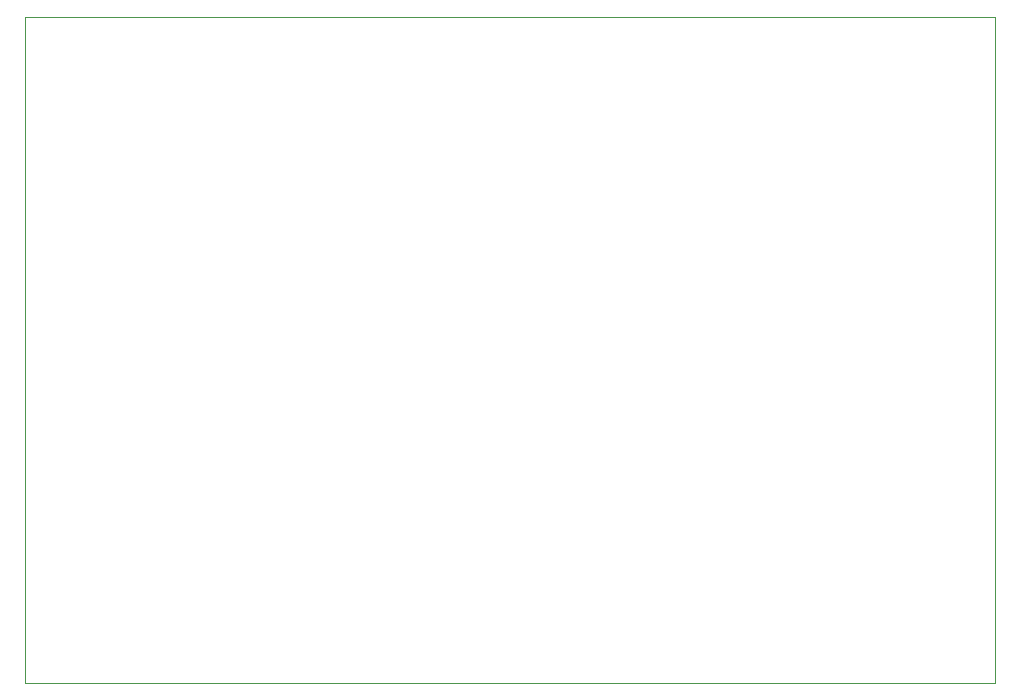
<source format=gbr>
%TF.GenerationSoftware,KiCad,Pcbnew,6.0.5-a6ca702e91~116~ubuntu21.10.1*%
%TF.CreationDate,2023-01-26T06:13:44-07:00*%
%TF.ProjectId,PowerBook,506f7765-7242-46f6-9f6b-2e6b69636164,rev?*%
%TF.SameCoordinates,Original*%
%TF.FileFunction,Profile,NP*%
%FSLAX46Y46*%
G04 Gerber Fmt 4.6, Leading zero omitted, Abs format (unit mm)*
G04 Created by KiCad (PCBNEW 6.0.5-a6ca702e91~116~ubuntu21.10.1) date 2023-01-26 06:13:44*
%MOMM*%
%LPD*%
G01*
G04 APERTURE LIST*
%TA.AperFunction,Profile*%
%ADD10C,0.100000*%
%TD*%
G04 APERTURE END LIST*
D10*
X100076000Y-128422400D02*
X100076000Y-72085200D01*
X182212000Y-128422400D02*
X100076000Y-128422400D01*
X182212000Y-72085200D02*
X182212000Y-128422400D01*
X100076000Y-72085200D02*
X182212000Y-72085200D01*
M02*

</source>
